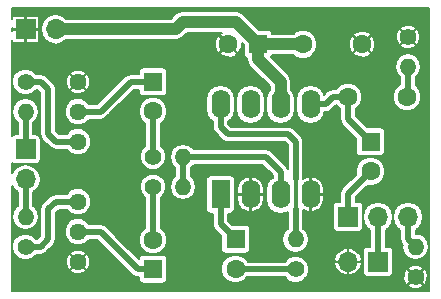
<source format=gbr>
G04 #@! TF.FileFunction,Copper,L2,Bot,Signal*
%FSLAX46Y46*%
G04 Gerber Fmt 4.6, Leading zero omitted, Abs format (unit mm)*
G04 Created by KiCad (PCBNEW 4.0.7) date 11/30/17 11:02:21*
%MOMM*%
%LPD*%
G01*
G04 APERTURE LIST*
%ADD10C,0.100000*%
%ADD11C,1.440000*%
%ADD12C,1.600000*%
%ADD13C,1.400000*%
%ADD14O,1.400000X1.400000*%
%ADD15R,1.600000X2.400000*%
%ADD16O,1.600000X2.400000*%
%ADD17R,1.600000X1.600000*%
%ADD18R,1.700000X1.700000*%
%ADD19O,1.700000X1.700000*%
%ADD20C,0.500000*%
%ADD21C,1.000000*%
%ADD22C,0.310000*%
%ADD23C,0.210000*%
G04 APERTURE END LIST*
D10*
D11*
X137795000Y-89535000D03*
X137795000Y-86995000D03*
X137795000Y-84455000D03*
D12*
X156845000Y-81280000D03*
X161845000Y-81280000D03*
X160655000Y-85725000D03*
X165655000Y-85725000D03*
D13*
X144145000Y-93345000D03*
D14*
X146685000Y-93345000D03*
D13*
X144145000Y-90805000D03*
D14*
X146685000Y-90805000D03*
D13*
X156210000Y-100330000D03*
D14*
X156210000Y-97790000D03*
D13*
X165735000Y-80645000D03*
D14*
X165735000Y-83185000D03*
D13*
X166370000Y-100965000D03*
D14*
X166370000Y-98425000D03*
D15*
X149860000Y-93980000D03*
D16*
X157480000Y-86360000D03*
X152400000Y-93980000D03*
X154940000Y-86360000D03*
X154940000Y-93980000D03*
X152400000Y-86360000D03*
X157480000Y-93980000D03*
X149860000Y-86360000D03*
D11*
X137795000Y-94615000D03*
X137795000Y-97155000D03*
X137795000Y-99695000D03*
D13*
X133350000Y-98425000D03*
D14*
X133350000Y-95885000D03*
D13*
X133350000Y-84455000D03*
D14*
X133350000Y-86995000D03*
D17*
X144145000Y-100330000D03*
D12*
X144145000Y-97830000D03*
D17*
X144145000Y-84455000D03*
D12*
X144145000Y-86955000D03*
D17*
X153035000Y-81280000D03*
D12*
X150535000Y-81280000D03*
D17*
X151130000Y-97790000D03*
D12*
X151130000Y-100290000D03*
D17*
X162560000Y-89535000D03*
D12*
X162560000Y-92035000D03*
D18*
X133350000Y-80010000D03*
D19*
X135890000Y-80010000D03*
D18*
X133350000Y-90170000D03*
D19*
X133350000Y-92710000D03*
D18*
X163195000Y-99695000D03*
D19*
X160655000Y-99695000D03*
D18*
X160655000Y-95885000D03*
D19*
X163195000Y-95885000D03*
X165735000Y-95885000D03*
D20*
X144145000Y-97830000D02*
X144145000Y-93345000D01*
X144145000Y-90805000D02*
X144145000Y-86955000D01*
D21*
X153035000Y-81280000D02*
X153035000Y-82550000D01*
X154940000Y-84455000D02*
X154940000Y-86360000D01*
X153035000Y-82550000D02*
X154940000Y-84455000D01*
X153035000Y-81280000D02*
X156845000Y-81280000D01*
X135890000Y-80010000D02*
X146050000Y-80010000D01*
X151130000Y-79375000D02*
X153035000Y-81280000D01*
X146685000Y-79375000D02*
X151130000Y-79375000D01*
X146050000Y-80010000D02*
X146685000Y-79375000D01*
D20*
X149860000Y-93980000D02*
X149860000Y-96520000D01*
X149860000Y-96520000D02*
X151130000Y-97790000D01*
X156210000Y-100330000D02*
X151170000Y-100330000D01*
X151170000Y-100330000D02*
X151130000Y-100290000D01*
X160655000Y-85725000D02*
X160655000Y-87630000D01*
X160655000Y-87630000D02*
X162560000Y-89535000D01*
X160655000Y-85725000D02*
X159385000Y-85725000D01*
X158750000Y-86360000D02*
X157480000Y-86360000D01*
X159385000Y-85725000D02*
X158750000Y-86360000D01*
X165735000Y-83185000D02*
X165735000Y-85645000D01*
X165735000Y-85645000D02*
X165655000Y-85725000D01*
X160655000Y-95885000D02*
X160655000Y-93940000D01*
X160655000Y-93940000D02*
X162560000Y-92035000D01*
X163195000Y-95885000D02*
X163195000Y-99695000D01*
X165735000Y-95885000D02*
X165735000Y-97790000D01*
X165735000Y-97790000D02*
X166370000Y-98425000D01*
X156210000Y-97790000D02*
X156210000Y-95250000D01*
X149860000Y-88265000D02*
X149860000Y-86360000D01*
X150495000Y-88900000D02*
X149860000Y-88265000D01*
X155575000Y-88900000D02*
X150495000Y-88900000D01*
X156210000Y-89535000D02*
X155575000Y-88900000D01*
X156210000Y-92710000D02*
X156210000Y-89535000D01*
D22*
X156210000Y-95250000D02*
X156210000Y-92710000D01*
D20*
X144145000Y-100330000D02*
X142875000Y-100330000D01*
X139700000Y-97155000D02*
X137795000Y-97155000D01*
X142875000Y-100330000D02*
X139700000Y-97155000D01*
X137795000Y-86995000D02*
X139700000Y-86995000D01*
X142240000Y-84455000D02*
X144145000Y-84455000D01*
X139700000Y-86995000D02*
X142240000Y-84455000D01*
X133350000Y-90170000D02*
X133350000Y-86995000D01*
X133350000Y-95885000D02*
X133350000Y-92710000D01*
X133350000Y-98425000D02*
X134620000Y-98425000D01*
X135890000Y-94615000D02*
X137795000Y-94615000D01*
X135255000Y-95250000D02*
X135890000Y-94615000D01*
X135255000Y-97790000D02*
X135255000Y-95250000D01*
X134620000Y-98425000D02*
X135255000Y-97790000D01*
X133350000Y-84455000D02*
X134620000Y-84455000D01*
X135890000Y-89535000D02*
X137795000Y-89535000D01*
X135255000Y-88900000D02*
X135890000Y-89535000D01*
X135255000Y-85090000D02*
X135255000Y-88900000D01*
X134620000Y-84455000D02*
X135255000Y-85090000D01*
X146685000Y-90805000D02*
X153670000Y-90805000D01*
X154940000Y-92075000D02*
X154940000Y-93980000D01*
X153670000Y-90805000D02*
X154940000Y-92075000D01*
X146685000Y-90805000D02*
X146685000Y-93345000D01*
D23*
G36*
X167535000Y-102130000D02*
X132185000Y-102130000D01*
X132185000Y-101655084D01*
X165708200Y-101655084D01*
X165778003Y-101813839D01*
X166147903Y-101975773D01*
X166551615Y-101983826D01*
X166927678Y-101836771D01*
X166961997Y-101813839D01*
X167031800Y-101655084D01*
X166370000Y-100993284D01*
X165708200Y-101655084D01*
X132185000Y-101655084D01*
X132185000Y-100399506D01*
X137118778Y-100399506D01*
X137191016Y-100560339D01*
X137568142Y-100725603D01*
X137979806Y-100733968D01*
X138363334Y-100584160D01*
X138398984Y-100560339D01*
X138471222Y-100399506D01*
X137795000Y-99723284D01*
X137118778Y-100399506D01*
X132185000Y-100399506D01*
X132185000Y-99879806D01*
X136756032Y-99879806D01*
X136905840Y-100263334D01*
X136929661Y-100298984D01*
X137090494Y-100371222D01*
X137766716Y-99695000D01*
X137823284Y-99695000D01*
X138499506Y-100371222D01*
X138660339Y-100298984D01*
X138825603Y-99921858D01*
X138833968Y-99510194D01*
X138684160Y-99126666D01*
X138660339Y-99091016D01*
X138499506Y-99018778D01*
X137823284Y-99695000D01*
X137766716Y-99695000D01*
X137090494Y-99018778D01*
X136929661Y-99091016D01*
X136764397Y-99468142D01*
X136756032Y-99879806D01*
X132185000Y-99879806D01*
X132185000Y-98645814D01*
X132234807Y-98645814D01*
X132404198Y-99055772D01*
X132717579Y-99369700D01*
X133127240Y-99539806D01*
X133570814Y-99540193D01*
X133980772Y-99370802D01*
X134262064Y-99090000D01*
X134620000Y-99090000D01*
X134874485Y-99039380D01*
X134947647Y-98990494D01*
X137118778Y-98990494D01*
X137795000Y-99666716D01*
X138471222Y-98990494D01*
X138398984Y-98829661D01*
X138021858Y-98664397D01*
X137610194Y-98656032D01*
X137226666Y-98805840D01*
X137191016Y-98829661D01*
X137118778Y-98990494D01*
X134947647Y-98990494D01*
X135090226Y-98895226D01*
X135725226Y-98260226D01*
X135869380Y-98044485D01*
X135920000Y-97790000D01*
X135920000Y-97379775D01*
X136659803Y-97379775D01*
X136832233Y-97797086D01*
X137151235Y-98116645D01*
X137568244Y-98289803D01*
X138019775Y-98290197D01*
X138437086Y-98117767D01*
X138735373Y-97820000D01*
X139424548Y-97820000D01*
X142404774Y-100800226D01*
X142620515Y-100944380D01*
X142875000Y-100995000D01*
X142921870Y-100995000D01*
X142921870Y-101130000D01*
X142950808Y-101283790D01*
X143041697Y-101425036D01*
X143180379Y-101519793D01*
X143345000Y-101553130D01*
X144945000Y-101553130D01*
X145098790Y-101524192D01*
X145240036Y-101433303D01*
X145334793Y-101294621D01*
X145368130Y-101130000D01*
X145368130Y-100530618D01*
X149914790Y-100530618D01*
X150099373Y-100977343D01*
X150440859Y-101319426D01*
X150887261Y-101504788D01*
X151370618Y-101505210D01*
X151817343Y-101320627D01*
X152143539Y-100995000D01*
X155298366Y-100995000D01*
X155577579Y-101274700D01*
X155987240Y-101444806D01*
X156430814Y-101445193D01*
X156840772Y-101275802D01*
X156970184Y-101146615D01*
X165351174Y-101146615D01*
X165498229Y-101522678D01*
X165521161Y-101556997D01*
X165679916Y-101626800D01*
X166341716Y-100965000D01*
X166398284Y-100965000D01*
X167060084Y-101626800D01*
X167218839Y-101556997D01*
X167380773Y-101187097D01*
X167388826Y-100783385D01*
X167241771Y-100407322D01*
X167218839Y-100373003D01*
X167060084Y-100303200D01*
X166398284Y-100965000D01*
X166341716Y-100965000D01*
X165679916Y-100303200D01*
X165521161Y-100373003D01*
X165359227Y-100742903D01*
X165351174Y-101146615D01*
X156970184Y-101146615D01*
X157154700Y-100962421D01*
X157324806Y-100552760D01*
X157325193Y-100109186D01*
X157237509Y-99896973D01*
X159507640Y-99896973D01*
X159672269Y-100320674D01*
X159986510Y-100649122D01*
X160402522Y-100832314D01*
X160453027Y-100842358D01*
X160635000Y-100781066D01*
X160635000Y-99715000D01*
X160675000Y-99715000D01*
X160675000Y-100781066D01*
X160856973Y-100842358D01*
X160907478Y-100832314D01*
X161323490Y-100649122D01*
X161637731Y-100320674D01*
X161802360Y-99896973D01*
X161741080Y-99715000D01*
X160675000Y-99715000D01*
X160635000Y-99715000D01*
X159568920Y-99715000D01*
X159507640Y-99896973D01*
X157237509Y-99896973D01*
X157155802Y-99699228D01*
X156949961Y-99493027D01*
X159507640Y-99493027D01*
X159568920Y-99675000D01*
X160635000Y-99675000D01*
X160635000Y-98608934D01*
X160675000Y-98608934D01*
X160675000Y-99675000D01*
X161741080Y-99675000D01*
X161802360Y-99493027D01*
X161637731Y-99069326D01*
X161423109Y-98845000D01*
X161921870Y-98845000D01*
X161921870Y-100545000D01*
X161950808Y-100698790D01*
X162041697Y-100840036D01*
X162180379Y-100934793D01*
X162345000Y-100968130D01*
X164045000Y-100968130D01*
X164198790Y-100939192D01*
X164340036Y-100848303D01*
X164434793Y-100709621D01*
X164468130Y-100545000D01*
X164468130Y-100274916D01*
X165708200Y-100274916D01*
X166370000Y-100936716D01*
X167031800Y-100274916D01*
X166961997Y-100116161D01*
X166592097Y-99954227D01*
X166188385Y-99946174D01*
X165812322Y-100093229D01*
X165778003Y-100116161D01*
X165708200Y-100274916D01*
X164468130Y-100274916D01*
X164468130Y-98845000D01*
X164439192Y-98691210D01*
X164348303Y-98549964D01*
X164209621Y-98455207D01*
X164045000Y-98421870D01*
X163860000Y-98421870D01*
X163860000Y-96957614D01*
X164089490Y-96804273D01*
X164363708Y-96393878D01*
X164460000Y-95909783D01*
X164460000Y-95860217D01*
X164470000Y-95860217D01*
X164470000Y-95909783D01*
X164566292Y-96393878D01*
X164840510Y-96804273D01*
X165070000Y-96957614D01*
X165070000Y-97790000D01*
X165120620Y-98044485D01*
X165264774Y-98260226D01*
X165280335Y-98275787D01*
X165255000Y-98403156D01*
X165255000Y-98446844D01*
X165339874Y-98873536D01*
X165581576Y-99235268D01*
X165943308Y-99476970D01*
X166370000Y-99561844D01*
X166796692Y-99476970D01*
X167158424Y-99235268D01*
X167400126Y-98873536D01*
X167485000Y-98446844D01*
X167485000Y-98403156D01*
X167400126Y-97976464D01*
X167158424Y-97614732D01*
X166796692Y-97373030D01*
X166400000Y-97294123D01*
X166400000Y-96957614D01*
X166629490Y-96804273D01*
X166903708Y-96393878D01*
X167000000Y-95909783D01*
X167000000Y-95860217D01*
X166903708Y-95376122D01*
X166629490Y-94965727D01*
X166219095Y-94691509D01*
X165735000Y-94595217D01*
X165250905Y-94691509D01*
X164840510Y-94965727D01*
X164566292Y-95376122D01*
X164470000Y-95860217D01*
X164460000Y-95860217D01*
X164363708Y-95376122D01*
X164089490Y-94965727D01*
X163679095Y-94691509D01*
X163195000Y-94595217D01*
X162710905Y-94691509D01*
X162300510Y-94965727D01*
X162026292Y-95376122D01*
X161930000Y-95860217D01*
X161930000Y-95909783D01*
X162026292Y-96393878D01*
X162300510Y-96804273D01*
X162530000Y-96957614D01*
X162530000Y-98421870D01*
X162345000Y-98421870D01*
X162191210Y-98450808D01*
X162049964Y-98541697D01*
X161955207Y-98680379D01*
X161921870Y-98845000D01*
X161423109Y-98845000D01*
X161323490Y-98740878D01*
X160907478Y-98557686D01*
X160856973Y-98547642D01*
X160675000Y-98608934D01*
X160635000Y-98608934D01*
X160453027Y-98547642D01*
X160402522Y-98557686D01*
X159986510Y-98740878D01*
X159672269Y-99069326D01*
X159507640Y-99493027D01*
X156949961Y-99493027D01*
X156842421Y-99385300D01*
X156432760Y-99215194D01*
X155989186Y-99214807D01*
X155579228Y-99384198D01*
X155297936Y-99665000D01*
X152186387Y-99665000D01*
X152160627Y-99602657D01*
X151819141Y-99260574D01*
X151372739Y-99075212D01*
X150889382Y-99074790D01*
X150442657Y-99259373D01*
X150100574Y-99600859D01*
X149915212Y-100047261D01*
X149914790Y-100530618D01*
X145368130Y-100530618D01*
X145368130Y-99530000D01*
X145339192Y-99376210D01*
X145248303Y-99234964D01*
X145109621Y-99140207D01*
X144945000Y-99106870D01*
X143345000Y-99106870D01*
X143191210Y-99135808D01*
X143049964Y-99226697D01*
X142955207Y-99365379D01*
X142937630Y-99452178D01*
X141556070Y-98070618D01*
X142929790Y-98070618D01*
X143114373Y-98517343D01*
X143455859Y-98859426D01*
X143902261Y-99044788D01*
X144385618Y-99045210D01*
X144832343Y-98860627D01*
X145174426Y-98519141D01*
X145359788Y-98072739D01*
X145360210Y-97589382D01*
X145175627Y-97142657D01*
X144834141Y-96800574D01*
X144810000Y-96790550D01*
X144810000Y-94256634D01*
X145089700Y-93977421D01*
X145259806Y-93567760D01*
X145260193Y-93124186D01*
X145090802Y-92714228D01*
X144777421Y-92400300D01*
X144367760Y-92230194D01*
X143924186Y-92229807D01*
X143514228Y-92399198D01*
X143200300Y-92712579D01*
X143030194Y-93122240D01*
X143029807Y-93565814D01*
X143199198Y-93975772D01*
X143480000Y-94257064D01*
X143480000Y-96790141D01*
X143457657Y-96799373D01*
X143115574Y-97140859D01*
X142930212Y-97587261D01*
X142929790Y-98070618D01*
X141556070Y-98070618D01*
X140170226Y-96684774D01*
X139954485Y-96540620D01*
X139700000Y-96490000D01*
X138734893Y-96490000D01*
X138438765Y-96193355D01*
X138021756Y-96020197D01*
X137570225Y-96019803D01*
X137152914Y-96192233D01*
X136833355Y-96511235D01*
X136660197Y-96928244D01*
X136659803Y-97379775D01*
X135920000Y-97379775D01*
X135920000Y-95525452D01*
X136165452Y-95280000D01*
X136855107Y-95280000D01*
X137151235Y-95576645D01*
X137568244Y-95749803D01*
X138019775Y-95750197D01*
X138437086Y-95577767D01*
X138756645Y-95258765D01*
X138929803Y-94841756D01*
X138930197Y-94390225D01*
X138757767Y-93972914D01*
X138438765Y-93653355D01*
X138021756Y-93480197D01*
X137570225Y-93479803D01*
X137152914Y-93652233D01*
X136854627Y-93950000D01*
X135890000Y-93950000D01*
X135635515Y-94000620D01*
X135419774Y-94144774D01*
X134784774Y-94779774D01*
X134640620Y-94995515D01*
X134603924Y-95180000D01*
X134590000Y-95250000D01*
X134590000Y-97514548D01*
X134344548Y-97760000D01*
X134261634Y-97760000D01*
X133982421Y-97480300D01*
X133572760Y-97310194D01*
X133129186Y-97309807D01*
X132719228Y-97479198D01*
X132405300Y-97792579D01*
X132235194Y-98202240D01*
X132234807Y-98645814D01*
X132185000Y-98645814D01*
X132185000Y-93236735D01*
X132430727Y-93604490D01*
X132685000Y-93774390D01*
X132685000Y-94992263D01*
X132561576Y-95074732D01*
X132319874Y-95436464D01*
X132235000Y-95863156D01*
X132235000Y-95906844D01*
X132319874Y-96333536D01*
X132561576Y-96695268D01*
X132923308Y-96936970D01*
X133350000Y-97021844D01*
X133776692Y-96936970D01*
X134138424Y-96695268D01*
X134380126Y-96333536D01*
X134465000Y-95906844D01*
X134465000Y-95863156D01*
X134380126Y-95436464D01*
X134138424Y-95074732D01*
X134015000Y-94992263D01*
X134015000Y-93774390D01*
X134269273Y-93604490D01*
X134543491Y-93194095D01*
X134639783Y-92710000D01*
X134543491Y-92225905D01*
X134269273Y-91815510D01*
X133858878Y-91541292D01*
X133374783Y-91445000D01*
X133325217Y-91445000D01*
X132841122Y-91541292D01*
X132430727Y-91815510D01*
X132185000Y-92183265D01*
X132185000Y-91296858D01*
X132196697Y-91315036D01*
X132335379Y-91409793D01*
X132500000Y-91443130D01*
X134200000Y-91443130D01*
X134353790Y-91414192D01*
X134495036Y-91323303D01*
X134589793Y-91184621D01*
X134623130Y-91020000D01*
X134623130Y-89320000D01*
X134594192Y-89166210D01*
X134503303Y-89024964D01*
X134364621Y-88930207D01*
X134200000Y-88896870D01*
X134015000Y-88896870D01*
X134015000Y-87887737D01*
X134138424Y-87805268D01*
X134380126Y-87443536D01*
X134465000Y-87016844D01*
X134465000Y-86973156D01*
X134380126Y-86546464D01*
X134138424Y-86184732D01*
X133776692Y-85943030D01*
X133350000Y-85858156D01*
X132923308Y-85943030D01*
X132561576Y-86184732D01*
X132319874Y-86546464D01*
X132235000Y-86973156D01*
X132235000Y-87016844D01*
X132319874Y-87443536D01*
X132561576Y-87805268D01*
X132685000Y-87887737D01*
X132685000Y-88896870D01*
X132500000Y-88896870D01*
X132346210Y-88925808D01*
X132204964Y-89016697D01*
X132185000Y-89045915D01*
X132185000Y-84675814D01*
X132234807Y-84675814D01*
X132404198Y-85085772D01*
X132717579Y-85399700D01*
X133127240Y-85569806D01*
X133570814Y-85570193D01*
X133980772Y-85400802D01*
X134262064Y-85120000D01*
X134344548Y-85120000D01*
X134590000Y-85365452D01*
X134590000Y-88900000D01*
X134640620Y-89154485D01*
X134784774Y-89370226D01*
X135419774Y-90005226D01*
X135635515Y-90149380D01*
X135890000Y-90200000D01*
X136855107Y-90200000D01*
X137151235Y-90496645D01*
X137568244Y-90669803D01*
X138019775Y-90670197D01*
X138437086Y-90497767D01*
X138756645Y-90178765D01*
X138929803Y-89761756D01*
X138930197Y-89310225D01*
X138757767Y-88892914D01*
X138438765Y-88573355D01*
X138021756Y-88400197D01*
X137570225Y-88399803D01*
X137152914Y-88572233D01*
X136854627Y-88870000D01*
X136165452Y-88870000D01*
X135920000Y-88624548D01*
X135920000Y-87219775D01*
X136659803Y-87219775D01*
X136832233Y-87637086D01*
X137151235Y-87956645D01*
X137568244Y-88129803D01*
X138019775Y-88130197D01*
X138437086Y-87957767D01*
X138735373Y-87660000D01*
X139700000Y-87660000D01*
X139954485Y-87609380D01*
X140170226Y-87465226D01*
X140439834Y-87195618D01*
X142929790Y-87195618D01*
X143114373Y-87642343D01*
X143455859Y-87984426D01*
X143480000Y-87994450D01*
X143480000Y-89893366D01*
X143200300Y-90172579D01*
X143030194Y-90582240D01*
X143029807Y-91025814D01*
X143199198Y-91435772D01*
X143512579Y-91749700D01*
X143922240Y-91919806D01*
X144365814Y-91920193D01*
X144775772Y-91750802D01*
X145089700Y-91437421D01*
X145259806Y-91027760D01*
X145260000Y-90805000D01*
X145548156Y-90805000D01*
X145633030Y-91231692D01*
X145874732Y-91593424D01*
X146020000Y-91690489D01*
X146020000Y-92459511D01*
X145874732Y-92556576D01*
X145633030Y-92918308D01*
X145548156Y-93345000D01*
X145633030Y-93771692D01*
X145874732Y-94133424D01*
X146236464Y-94375126D01*
X146663156Y-94460000D01*
X146706844Y-94460000D01*
X147133536Y-94375126D01*
X147495268Y-94133424D01*
X147736970Y-93771692D01*
X147821844Y-93345000D01*
X147736970Y-92918308D01*
X147644556Y-92780000D01*
X148636870Y-92780000D01*
X148636870Y-95180000D01*
X148665808Y-95333790D01*
X148756697Y-95475036D01*
X148895379Y-95569793D01*
X149060000Y-95603130D01*
X149195000Y-95603130D01*
X149195000Y-96520000D01*
X149245620Y-96774485D01*
X149389774Y-96990226D01*
X149906870Y-97507322D01*
X149906870Y-98590000D01*
X149935808Y-98743790D01*
X150026697Y-98885036D01*
X150165379Y-98979793D01*
X150330000Y-99013130D01*
X151930000Y-99013130D01*
X152083790Y-98984192D01*
X152225036Y-98893303D01*
X152319793Y-98754621D01*
X152353130Y-98590000D01*
X152353130Y-96990000D01*
X152324192Y-96836210D01*
X152233303Y-96694964D01*
X152094621Y-96600207D01*
X151930000Y-96566870D01*
X150847322Y-96566870D01*
X150525000Y-96244548D01*
X150525000Y-95603130D01*
X150660000Y-95603130D01*
X150813790Y-95574192D01*
X150955036Y-95483303D01*
X151049793Y-95344621D01*
X151083130Y-95180000D01*
X151083130Y-94000000D01*
X151285000Y-94000000D01*
X151285000Y-94400000D01*
X151377528Y-94825170D01*
X151625718Y-95182567D01*
X151991786Y-95417780D01*
X152205850Y-95477967D01*
X152380000Y-95416057D01*
X152380000Y-94000000D01*
X152420000Y-94000000D01*
X152420000Y-95416057D01*
X152594150Y-95477967D01*
X152808214Y-95417780D01*
X153174282Y-95182567D01*
X153422472Y-94825170D01*
X153515000Y-94400000D01*
X153515000Y-94000000D01*
X152420000Y-94000000D01*
X152380000Y-94000000D01*
X151285000Y-94000000D01*
X151083130Y-94000000D01*
X151083130Y-93560000D01*
X151285000Y-93560000D01*
X151285000Y-93960000D01*
X152380000Y-93960000D01*
X152380000Y-92543943D01*
X152420000Y-92543943D01*
X152420000Y-93960000D01*
X153515000Y-93960000D01*
X153515000Y-93560000D01*
X153422472Y-93134830D01*
X153174282Y-92777433D01*
X152808214Y-92542220D01*
X152594150Y-92482033D01*
X152420000Y-92543943D01*
X152380000Y-92543943D01*
X152205850Y-92482033D01*
X151991786Y-92542220D01*
X151625718Y-92777433D01*
X151377528Y-93134830D01*
X151285000Y-93560000D01*
X151083130Y-93560000D01*
X151083130Y-92780000D01*
X151054192Y-92626210D01*
X150963303Y-92484964D01*
X150824621Y-92390207D01*
X150660000Y-92356870D01*
X149060000Y-92356870D01*
X148906210Y-92385808D01*
X148764964Y-92476697D01*
X148670207Y-92615379D01*
X148636870Y-92780000D01*
X147644556Y-92780000D01*
X147495268Y-92556576D01*
X147350000Y-92459511D01*
X147350000Y-91690489D01*
X147495268Y-91593424D01*
X147577737Y-91470000D01*
X153394548Y-91470000D01*
X154275000Y-92350452D01*
X154275000Y-92559508D01*
X154080865Y-92689225D01*
X153817486Y-93083400D01*
X153725000Y-93548360D01*
X153725000Y-94411640D01*
X153817486Y-94876600D01*
X154080865Y-95270775D01*
X154475040Y-95534154D01*
X154940000Y-95626640D01*
X155404960Y-95534154D01*
X155545000Y-95440582D01*
X155545000Y-96897263D01*
X155421576Y-96979732D01*
X155179874Y-97341464D01*
X155095000Y-97768156D01*
X155095000Y-97811844D01*
X155179874Y-98238536D01*
X155421576Y-98600268D01*
X155783308Y-98841970D01*
X156210000Y-98926844D01*
X156636692Y-98841970D01*
X156998424Y-98600268D01*
X157240126Y-98238536D01*
X157325000Y-97811844D01*
X157325000Y-97768156D01*
X157240126Y-97341464D01*
X156998424Y-96979732D01*
X156875000Y-96897263D01*
X156875000Y-95291337D01*
X157071786Y-95417780D01*
X157285850Y-95477967D01*
X157460000Y-95416057D01*
X157460000Y-94000000D01*
X157500000Y-94000000D01*
X157500000Y-95416057D01*
X157674150Y-95477967D01*
X157888214Y-95417780D01*
X158254282Y-95182567D01*
X158356758Y-95035000D01*
X159381870Y-95035000D01*
X159381870Y-96735000D01*
X159410808Y-96888790D01*
X159501697Y-97030036D01*
X159640379Y-97124793D01*
X159805000Y-97158130D01*
X161505000Y-97158130D01*
X161658790Y-97129192D01*
X161800036Y-97038303D01*
X161894793Y-96899621D01*
X161928130Y-96735000D01*
X161928130Y-95035000D01*
X161899192Y-94881210D01*
X161808303Y-94739964D01*
X161669621Y-94645207D01*
X161505000Y-94611870D01*
X161320000Y-94611870D01*
X161320000Y-94215452D01*
X162294935Y-93240517D01*
X162317261Y-93249788D01*
X162800618Y-93250210D01*
X163247343Y-93065627D01*
X163589426Y-92724141D01*
X163774788Y-92277739D01*
X163775210Y-91794382D01*
X163590627Y-91347657D01*
X163249141Y-91005574D01*
X162802739Y-90820212D01*
X162319382Y-90819790D01*
X161872657Y-91004373D01*
X161530574Y-91345859D01*
X161345212Y-91792261D01*
X161344790Y-92275618D01*
X161354772Y-92299776D01*
X160184774Y-93469774D01*
X160040620Y-93685515D01*
X160014819Y-93815226D01*
X159990000Y-93940000D01*
X159990000Y-94611870D01*
X159805000Y-94611870D01*
X159651210Y-94640808D01*
X159509964Y-94731697D01*
X159415207Y-94870379D01*
X159381870Y-95035000D01*
X158356758Y-95035000D01*
X158502472Y-94825170D01*
X158595000Y-94400000D01*
X158595000Y-94000000D01*
X157500000Y-94000000D01*
X157460000Y-94000000D01*
X157440000Y-94000000D01*
X157440000Y-93960000D01*
X157460000Y-93960000D01*
X157460000Y-92543943D01*
X157500000Y-92543943D01*
X157500000Y-93960000D01*
X158595000Y-93960000D01*
X158595000Y-93560000D01*
X158502472Y-93134830D01*
X158254282Y-92777433D01*
X157888214Y-92542220D01*
X157674150Y-92482033D01*
X157500000Y-92543943D01*
X157460000Y-92543943D01*
X157285850Y-92482033D01*
X157071786Y-92542220D01*
X156875000Y-92668663D01*
X156875000Y-89535000D01*
X156870898Y-89514380D01*
X156824380Y-89280515D01*
X156680226Y-89064774D01*
X156045226Y-88429774D01*
X155829485Y-88285620D01*
X155575000Y-88235000D01*
X150770452Y-88235000D01*
X150525000Y-87989548D01*
X150525000Y-87780492D01*
X150719135Y-87650775D01*
X150982514Y-87256600D01*
X151075000Y-86791640D01*
X151075000Y-85928360D01*
X151185000Y-85928360D01*
X151185000Y-86791640D01*
X151277486Y-87256600D01*
X151540865Y-87650775D01*
X151935040Y-87914154D01*
X152400000Y-88006640D01*
X152864960Y-87914154D01*
X153259135Y-87650775D01*
X153522514Y-87256600D01*
X153615000Y-86791640D01*
X153615000Y-85928360D01*
X153522514Y-85463400D01*
X153259135Y-85069225D01*
X152864960Y-84805846D01*
X152400000Y-84713360D01*
X151935040Y-84805846D01*
X151540865Y-85069225D01*
X151277486Y-85463400D01*
X151185000Y-85928360D01*
X151075000Y-85928360D01*
X150982514Y-85463400D01*
X150719135Y-85069225D01*
X150324960Y-84805846D01*
X149860000Y-84713360D01*
X149395040Y-84805846D01*
X149000865Y-85069225D01*
X148737486Y-85463400D01*
X148645000Y-85928360D01*
X148645000Y-86791640D01*
X148737486Y-87256600D01*
X149000865Y-87650775D01*
X149195000Y-87780492D01*
X149195000Y-88265000D01*
X149245620Y-88519485D01*
X149389774Y-88735226D01*
X150024774Y-89370226D01*
X150240515Y-89514380D01*
X150495000Y-89565000D01*
X155299548Y-89565000D01*
X155545000Y-89810452D01*
X155545000Y-91806478D01*
X155410226Y-91604774D01*
X154140226Y-90334774D01*
X153924485Y-90190620D01*
X153670000Y-90140000D01*
X147577737Y-90140000D01*
X147495268Y-90016576D01*
X147133536Y-89774874D01*
X146706844Y-89690000D01*
X146663156Y-89690000D01*
X146236464Y-89774874D01*
X145874732Y-90016576D01*
X145633030Y-90378308D01*
X145548156Y-90805000D01*
X145260000Y-90805000D01*
X145260193Y-90584186D01*
X145090802Y-90174228D01*
X144810000Y-89892936D01*
X144810000Y-87994859D01*
X144832343Y-87985627D01*
X145174426Y-87644141D01*
X145359788Y-87197739D01*
X145360210Y-86714382D01*
X145175627Y-86267657D01*
X144834141Y-85925574D01*
X144387739Y-85740212D01*
X143904382Y-85739790D01*
X143457657Y-85924373D01*
X143115574Y-86265859D01*
X142930212Y-86712261D01*
X142929790Y-87195618D01*
X140439834Y-87195618D01*
X142515452Y-85120000D01*
X142921870Y-85120000D01*
X142921870Y-85255000D01*
X142950808Y-85408790D01*
X143041697Y-85550036D01*
X143180379Y-85644793D01*
X143345000Y-85678130D01*
X144945000Y-85678130D01*
X145098790Y-85649192D01*
X145240036Y-85558303D01*
X145334793Y-85419621D01*
X145368130Y-85255000D01*
X145368130Y-83655000D01*
X145339192Y-83501210D01*
X145248303Y-83359964D01*
X145109621Y-83265207D01*
X144945000Y-83231870D01*
X143345000Y-83231870D01*
X143191210Y-83260808D01*
X143049964Y-83351697D01*
X142955207Y-83490379D01*
X142921870Y-83655000D01*
X142921870Y-83790000D01*
X142240000Y-83790000D01*
X141985516Y-83840620D01*
X141769774Y-83984774D01*
X139424548Y-86330000D01*
X138734893Y-86330000D01*
X138438765Y-86033355D01*
X138021756Y-85860197D01*
X137570225Y-85859803D01*
X137152914Y-86032233D01*
X136833355Y-86351235D01*
X136660197Y-86768244D01*
X136659803Y-87219775D01*
X135920000Y-87219775D01*
X135920000Y-85159506D01*
X137118778Y-85159506D01*
X137191016Y-85320339D01*
X137568142Y-85485603D01*
X137979806Y-85493968D01*
X138363334Y-85344160D01*
X138398984Y-85320339D01*
X138471222Y-85159506D01*
X137795000Y-84483284D01*
X137118778Y-85159506D01*
X135920000Y-85159506D01*
X135920000Y-85090000D01*
X135898120Y-84980000D01*
X135869380Y-84835515D01*
X135738611Y-84639806D01*
X136756032Y-84639806D01*
X136905840Y-85023334D01*
X136929661Y-85058984D01*
X137090494Y-85131222D01*
X137766716Y-84455000D01*
X137823284Y-84455000D01*
X138499506Y-85131222D01*
X138660339Y-85058984D01*
X138825603Y-84681858D01*
X138833968Y-84270194D01*
X138684160Y-83886666D01*
X138660339Y-83851016D01*
X138499506Y-83778778D01*
X137823284Y-84455000D01*
X137766716Y-84455000D01*
X137090494Y-83778778D01*
X136929661Y-83851016D01*
X136764397Y-84228142D01*
X136756032Y-84639806D01*
X135738611Y-84639806D01*
X135725226Y-84619774D01*
X135090226Y-83984774D01*
X134874485Y-83840620D01*
X134620000Y-83790000D01*
X134261634Y-83790000D01*
X134222197Y-83750494D01*
X137118778Y-83750494D01*
X137795000Y-84426716D01*
X138471222Y-83750494D01*
X138398984Y-83589661D01*
X138021858Y-83424397D01*
X137610194Y-83416032D01*
X137226666Y-83565840D01*
X137191016Y-83589661D01*
X137118778Y-83750494D01*
X134222197Y-83750494D01*
X133982421Y-83510300D01*
X133572760Y-83340194D01*
X133129186Y-83339807D01*
X132719228Y-83509198D01*
X132405300Y-83822579D01*
X132235194Y-84232240D01*
X132234807Y-84675814D01*
X132185000Y-84675814D01*
X132185000Y-82042194D01*
X149801090Y-82042194D01*
X149883064Y-82211340D01*
X150289097Y-82389931D01*
X150732567Y-82399545D01*
X151145960Y-82238719D01*
X151186936Y-82211340D01*
X151268910Y-82042194D01*
X150535000Y-81308284D01*
X149801090Y-82042194D01*
X132185000Y-82042194D01*
X132185000Y-81477567D01*
X149415455Y-81477567D01*
X149576281Y-81890960D01*
X149603660Y-81931936D01*
X149772806Y-82013910D01*
X150506716Y-81280000D01*
X149772806Y-80546090D01*
X149603660Y-80628064D01*
X149425069Y-81034097D01*
X149415455Y-81477567D01*
X132185000Y-81477567D01*
X132185000Y-80922657D01*
X132232956Y-81038433D01*
X132321567Y-81127044D01*
X132437342Y-81175000D01*
X133251250Y-81175000D01*
X133330000Y-81096250D01*
X133330000Y-80030000D01*
X133370000Y-80030000D01*
X133370000Y-81096250D01*
X133448750Y-81175000D01*
X134262658Y-81175000D01*
X134378433Y-81127044D01*
X134467044Y-81038433D01*
X134515000Y-80922657D01*
X134515000Y-80108750D01*
X134436250Y-80030000D01*
X133370000Y-80030000D01*
X133330000Y-80030000D01*
X132263750Y-80030000D01*
X132185000Y-80108750D01*
X132185000Y-79911250D01*
X132263750Y-79990000D01*
X133330000Y-79990000D01*
X133330000Y-78923750D01*
X133370000Y-78923750D01*
X133370000Y-79990000D01*
X134436250Y-79990000D01*
X134441033Y-79985217D01*
X134625000Y-79985217D01*
X134625000Y-80034783D01*
X134721292Y-80518878D01*
X134995510Y-80929273D01*
X135405905Y-81203491D01*
X135890000Y-81299783D01*
X136374095Y-81203491D01*
X136784490Y-80929273D01*
X136787345Y-80925000D01*
X146050000Y-80925000D01*
X146400156Y-80855350D01*
X146697003Y-80657003D01*
X147064005Y-80290000D01*
X150004446Y-80290000D01*
X149924040Y-80321281D01*
X149883064Y-80348660D01*
X149801090Y-80517806D01*
X150535000Y-81251716D01*
X150549143Y-81237574D01*
X150577427Y-81265858D01*
X150563284Y-81280000D01*
X151297194Y-82013910D01*
X151466340Y-81931936D01*
X151644931Y-81525903D01*
X151652187Y-81191193D01*
X151811870Y-81350876D01*
X151811870Y-82080000D01*
X151840808Y-82233790D01*
X151931697Y-82375036D01*
X152070379Y-82469793D01*
X152120000Y-82479842D01*
X152120000Y-82550000D01*
X152189650Y-82900156D01*
X152387997Y-83197003D01*
X154025000Y-84834006D01*
X154025000Y-85152833D01*
X153817486Y-85463400D01*
X153725000Y-85928360D01*
X153725000Y-86791640D01*
X153817486Y-87256600D01*
X154080865Y-87650775D01*
X154475040Y-87914154D01*
X154940000Y-88006640D01*
X155404960Y-87914154D01*
X155799135Y-87650775D01*
X156062514Y-87256600D01*
X156155000Y-86791640D01*
X156155000Y-85928360D01*
X156265000Y-85928360D01*
X156265000Y-86791640D01*
X156357486Y-87256600D01*
X156620865Y-87650775D01*
X157015040Y-87914154D01*
X157480000Y-88006640D01*
X157944960Y-87914154D01*
X158339135Y-87650775D01*
X158602514Y-87256600D01*
X158648582Y-87025000D01*
X158750000Y-87025000D01*
X159004485Y-86974380D01*
X159220226Y-86830226D01*
X159631235Y-86419217D01*
X159965859Y-86754426D01*
X159990000Y-86764450D01*
X159990000Y-87630000D01*
X160040620Y-87884485D01*
X160184774Y-88100226D01*
X161336870Y-89252322D01*
X161336870Y-90335000D01*
X161365808Y-90488790D01*
X161456697Y-90630036D01*
X161595379Y-90724793D01*
X161760000Y-90758130D01*
X163360000Y-90758130D01*
X163513790Y-90729192D01*
X163655036Y-90638303D01*
X163749793Y-90499621D01*
X163783130Y-90335000D01*
X163783130Y-88735000D01*
X163754192Y-88581210D01*
X163663303Y-88439964D01*
X163524621Y-88345207D01*
X163360000Y-88311870D01*
X162277322Y-88311870D01*
X161320000Y-87354548D01*
X161320000Y-86764859D01*
X161342343Y-86755627D01*
X161684426Y-86414141D01*
X161869788Y-85967739D01*
X161869789Y-85965618D01*
X164439790Y-85965618D01*
X164624373Y-86412343D01*
X164965859Y-86754426D01*
X165412261Y-86939788D01*
X165895618Y-86940210D01*
X166342343Y-86755627D01*
X166684426Y-86414141D01*
X166869788Y-85967739D01*
X166870210Y-85484382D01*
X166685627Y-85037657D01*
X166400000Y-84751531D01*
X166400000Y-84077737D01*
X166523424Y-83995268D01*
X166765126Y-83633536D01*
X166850000Y-83206844D01*
X166850000Y-83163156D01*
X166765126Y-82736464D01*
X166523424Y-82374732D01*
X166161692Y-82133030D01*
X165735000Y-82048156D01*
X165308308Y-82133030D01*
X164946576Y-82374732D01*
X164704874Y-82736464D01*
X164620000Y-83163156D01*
X164620000Y-83206844D01*
X164704874Y-83633536D01*
X164946576Y-83995268D01*
X165070000Y-84077737D01*
X165070000Y-84652086D01*
X164967657Y-84694373D01*
X164625574Y-85035859D01*
X164440212Y-85482261D01*
X164439790Y-85965618D01*
X161869789Y-85965618D01*
X161870210Y-85484382D01*
X161685627Y-85037657D01*
X161344141Y-84695574D01*
X160897739Y-84510212D01*
X160414382Y-84509790D01*
X159967657Y-84694373D01*
X159625574Y-85035859D01*
X159615550Y-85060000D01*
X159385000Y-85060000D01*
X159130515Y-85110620D01*
X158914774Y-85254774D01*
X158619708Y-85549840D01*
X158602514Y-85463400D01*
X158339135Y-85069225D01*
X157944960Y-84805846D01*
X157480000Y-84713360D01*
X157015040Y-84805846D01*
X156620865Y-85069225D01*
X156357486Y-85463400D01*
X156265000Y-85928360D01*
X156155000Y-85928360D01*
X156062514Y-85463400D01*
X155855000Y-85152833D01*
X155855000Y-84455005D01*
X155855001Y-84455000D01*
X155785350Y-84104844D01*
X155587003Y-83807997D01*
X154143136Y-82364130D01*
X154224793Y-82244621D01*
X154234842Y-82195000D01*
X156041633Y-82195000D01*
X156155859Y-82309426D01*
X156602261Y-82494788D01*
X157085618Y-82495210D01*
X157532343Y-82310627D01*
X157801245Y-82042194D01*
X161111090Y-82042194D01*
X161193064Y-82211340D01*
X161599097Y-82389931D01*
X162042567Y-82399545D01*
X162455960Y-82238719D01*
X162496936Y-82211340D01*
X162578910Y-82042194D01*
X161845000Y-81308284D01*
X161111090Y-82042194D01*
X157801245Y-82042194D01*
X157874426Y-81969141D01*
X158059788Y-81522739D01*
X158059827Y-81477567D01*
X160725455Y-81477567D01*
X160886281Y-81890960D01*
X160913660Y-81931936D01*
X161082806Y-82013910D01*
X161816716Y-81280000D01*
X161873284Y-81280000D01*
X162607194Y-82013910D01*
X162776340Y-81931936D01*
X162954931Y-81525903D01*
X162959067Y-81335084D01*
X165073200Y-81335084D01*
X165143003Y-81493839D01*
X165512903Y-81655773D01*
X165916615Y-81663826D01*
X166292678Y-81516771D01*
X166326997Y-81493839D01*
X166396800Y-81335084D01*
X165735000Y-80673284D01*
X165073200Y-81335084D01*
X162959067Y-81335084D01*
X162964545Y-81082433D01*
X162865022Y-80826615D01*
X164716174Y-80826615D01*
X164863229Y-81202678D01*
X164886161Y-81236997D01*
X165044916Y-81306800D01*
X165706716Y-80645000D01*
X165763284Y-80645000D01*
X166425084Y-81306800D01*
X166583839Y-81236997D01*
X166745773Y-80867097D01*
X166753826Y-80463385D01*
X166606771Y-80087322D01*
X166583839Y-80053003D01*
X166425084Y-79983200D01*
X165763284Y-80645000D01*
X165706716Y-80645000D01*
X165044916Y-79983200D01*
X164886161Y-80053003D01*
X164724227Y-80422903D01*
X164716174Y-80826615D01*
X162865022Y-80826615D01*
X162803719Y-80669040D01*
X162776340Y-80628064D01*
X162607194Y-80546090D01*
X161873284Y-81280000D01*
X161816716Y-81280000D01*
X161082806Y-80546090D01*
X160913660Y-80628064D01*
X160735069Y-81034097D01*
X160725455Y-81477567D01*
X158059827Y-81477567D01*
X158060210Y-81039382D01*
X157875627Y-80592657D01*
X157800907Y-80517806D01*
X161111090Y-80517806D01*
X161845000Y-81251716D01*
X162578910Y-80517806D01*
X162496936Y-80348660D01*
X162090903Y-80170069D01*
X161647433Y-80160455D01*
X161234040Y-80321281D01*
X161193064Y-80348660D01*
X161111090Y-80517806D01*
X157800907Y-80517806D01*
X157534141Y-80250574D01*
X157087739Y-80065212D01*
X156604382Y-80064790D01*
X156157657Y-80249373D01*
X156041828Y-80365000D01*
X154236491Y-80365000D01*
X154229192Y-80326210D01*
X154138303Y-80184964D01*
X153999621Y-80090207D01*
X153835000Y-80056870D01*
X153105876Y-80056870D01*
X153003922Y-79954916D01*
X165073200Y-79954916D01*
X165735000Y-80616716D01*
X166396800Y-79954916D01*
X166326997Y-79796161D01*
X165957097Y-79634227D01*
X165553385Y-79626174D01*
X165177322Y-79773229D01*
X165143003Y-79796161D01*
X165073200Y-79954916D01*
X153003922Y-79954916D01*
X151777003Y-78727997D01*
X151480156Y-78529650D01*
X151130000Y-78460000D01*
X146685005Y-78460000D01*
X146685000Y-78459999D01*
X146334845Y-78529650D01*
X146037997Y-78727997D01*
X146037995Y-78728000D01*
X145670994Y-79095000D01*
X136787345Y-79095000D01*
X136784490Y-79090727D01*
X136374095Y-78816509D01*
X135890000Y-78720217D01*
X135405905Y-78816509D01*
X134995510Y-79090727D01*
X134721292Y-79501122D01*
X134625000Y-79985217D01*
X134441033Y-79985217D01*
X134515000Y-79911250D01*
X134515000Y-79097343D01*
X134467044Y-78981567D01*
X134378433Y-78892956D01*
X134262658Y-78845000D01*
X133448750Y-78845000D01*
X133370000Y-78923750D01*
X133330000Y-78923750D01*
X133251250Y-78845000D01*
X132437342Y-78845000D01*
X132321567Y-78892956D01*
X132232956Y-78981567D01*
X132185000Y-79097343D01*
X132185000Y-78210000D01*
X167535000Y-78210000D01*
X167535000Y-102130000D01*
X167535000Y-102130000D01*
G37*
X167535000Y-102130000D02*
X132185000Y-102130000D01*
X132185000Y-101655084D01*
X165708200Y-101655084D01*
X165778003Y-101813839D01*
X166147903Y-101975773D01*
X166551615Y-101983826D01*
X166927678Y-101836771D01*
X166961997Y-101813839D01*
X167031800Y-101655084D01*
X166370000Y-100993284D01*
X165708200Y-101655084D01*
X132185000Y-101655084D01*
X132185000Y-100399506D01*
X137118778Y-100399506D01*
X137191016Y-100560339D01*
X137568142Y-100725603D01*
X137979806Y-100733968D01*
X138363334Y-100584160D01*
X138398984Y-100560339D01*
X138471222Y-100399506D01*
X137795000Y-99723284D01*
X137118778Y-100399506D01*
X132185000Y-100399506D01*
X132185000Y-99879806D01*
X136756032Y-99879806D01*
X136905840Y-100263334D01*
X136929661Y-100298984D01*
X137090494Y-100371222D01*
X137766716Y-99695000D01*
X137823284Y-99695000D01*
X138499506Y-100371222D01*
X138660339Y-100298984D01*
X138825603Y-99921858D01*
X138833968Y-99510194D01*
X138684160Y-99126666D01*
X138660339Y-99091016D01*
X138499506Y-99018778D01*
X137823284Y-99695000D01*
X137766716Y-99695000D01*
X137090494Y-99018778D01*
X136929661Y-99091016D01*
X136764397Y-99468142D01*
X136756032Y-99879806D01*
X132185000Y-99879806D01*
X132185000Y-98645814D01*
X132234807Y-98645814D01*
X132404198Y-99055772D01*
X132717579Y-99369700D01*
X133127240Y-99539806D01*
X133570814Y-99540193D01*
X133980772Y-99370802D01*
X134262064Y-99090000D01*
X134620000Y-99090000D01*
X134874485Y-99039380D01*
X134947647Y-98990494D01*
X137118778Y-98990494D01*
X137795000Y-99666716D01*
X138471222Y-98990494D01*
X138398984Y-98829661D01*
X138021858Y-98664397D01*
X137610194Y-98656032D01*
X137226666Y-98805840D01*
X137191016Y-98829661D01*
X137118778Y-98990494D01*
X134947647Y-98990494D01*
X135090226Y-98895226D01*
X135725226Y-98260226D01*
X135869380Y-98044485D01*
X135920000Y-97790000D01*
X135920000Y-97379775D01*
X136659803Y-97379775D01*
X136832233Y-97797086D01*
X137151235Y-98116645D01*
X137568244Y-98289803D01*
X138019775Y-98290197D01*
X138437086Y-98117767D01*
X138735373Y-97820000D01*
X139424548Y-97820000D01*
X142404774Y-100800226D01*
X142620515Y-100944380D01*
X142875000Y-100995000D01*
X142921870Y-100995000D01*
X142921870Y-101130000D01*
X142950808Y-101283790D01*
X143041697Y-101425036D01*
X143180379Y-101519793D01*
X143345000Y-101553130D01*
X144945000Y-101553130D01*
X145098790Y-101524192D01*
X145240036Y-101433303D01*
X145334793Y-101294621D01*
X145368130Y-101130000D01*
X145368130Y-100530618D01*
X149914790Y-100530618D01*
X150099373Y-100977343D01*
X150440859Y-101319426D01*
X150887261Y-101504788D01*
X151370618Y-101505210D01*
X151817343Y-101320627D01*
X152143539Y-100995000D01*
X155298366Y-100995000D01*
X155577579Y-101274700D01*
X155987240Y-101444806D01*
X156430814Y-101445193D01*
X156840772Y-101275802D01*
X156970184Y-101146615D01*
X165351174Y-101146615D01*
X165498229Y-101522678D01*
X165521161Y-101556997D01*
X165679916Y-101626800D01*
X166341716Y-100965000D01*
X166398284Y-100965000D01*
X167060084Y-101626800D01*
X167218839Y-101556997D01*
X167380773Y-101187097D01*
X167388826Y-100783385D01*
X167241771Y-100407322D01*
X167218839Y-100373003D01*
X167060084Y-100303200D01*
X166398284Y-100965000D01*
X166341716Y-100965000D01*
X165679916Y-100303200D01*
X165521161Y-100373003D01*
X165359227Y-100742903D01*
X165351174Y-101146615D01*
X156970184Y-101146615D01*
X157154700Y-100962421D01*
X157324806Y-100552760D01*
X157325193Y-100109186D01*
X157237509Y-99896973D01*
X159507640Y-99896973D01*
X159672269Y-100320674D01*
X159986510Y-100649122D01*
X160402522Y-100832314D01*
X160453027Y-100842358D01*
X160635000Y-100781066D01*
X160635000Y-99715000D01*
X160675000Y-99715000D01*
X160675000Y-100781066D01*
X160856973Y-100842358D01*
X160907478Y-100832314D01*
X161323490Y-100649122D01*
X161637731Y-100320674D01*
X161802360Y-99896973D01*
X161741080Y-99715000D01*
X160675000Y-99715000D01*
X160635000Y-99715000D01*
X159568920Y-99715000D01*
X159507640Y-99896973D01*
X157237509Y-99896973D01*
X157155802Y-99699228D01*
X156949961Y-99493027D01*
X159507640Y-99493027D01*
X159568920Y-99675000D01*
X160635000Y-99675000D01*
X160635000Y-98608934D01*
X160675000Y-98608934D01*
X160675000Y-99675000D01*
X161741080Y-99675000D01*
X161802360Y-99493027D01*
X161637731Y-99069326D01*
X161423109Y-98845000D01*
X161921870Y-98845000D01*
X161921870Y-100545000D01*
X161950808Y-100698790D01*
X162041697Y-100840036D01*
X162180379Y-100934793D01*
X162345000Y-100968130D01*
X164045000Y-100968130D01*
X164198790Y-100939192D01*
X164340036Y-100848303D01*
X164434793Y-100709621D01*
X164468130Y-100545000D01*
X164468130Y-100274916D01*
X165708200Y-100274916D01*
X166370000Y-100936716D01*
X167031800Y-100274916D01*
X166961997Y-100116161D01*
X166592097Y-99954227D01*
X166188385Y-99946174D01*
X165812322Y-100093229D01*
X165778003Y-100116161D01*
X165708200Y-100274916D01*
X164468130Y-100274916D01*
X164468130Y-98845000D01*
X164439192Y-98691210D01*
X164348303Y-98549964D01*
X164209621Y-98455207D01*
X164045000Y-98421870D01*
X163860000Y-98421870D01*
X163860000Y-96957614D01*
X164089490Y-96804273D01*
X164363708Y-96393878D01*
X164460000Y-95909783D01*
X164460000Y-95860217D01*
X164470000Y-95860217D01*
X164470000Y-95909783D01*
X164566292Y-96393878D01*
X164840510Y-96804273D01*
X165070000Y-96957614D01*
X165070000Y-97790000D01*
X165120620Y-98044485D01*
X165264774Y-98260226D01*
X165280335Y-98275787D01*
X165255000Y-98403156D01*
X165255000Y-98446844D01*
X165339874Y-98873536D01*
X165581576Y-99235268D01*
X165943308Y-99476970D01*
X166370000Y-99561844D01*
X166796692Y-99476970D01*
X167158424Y-99235268D01*
X167400126Y-98873536D01*
X167485000Y-98446844D01*
X167485000Y-98403156D01*
X167400126Y-97976464D01*
X167158424Y-97614732D01*
X166796692Y-97373030D01*
X166400000Y-97294123D01*
X166400000Y-96957614D01*
X166629490Y-96804273D01*
X166903708Y-96393878D01*
X167000000Y-95909783D01*
X167000000Y-95860217D01*
X166903708Y-95376122D01*
X166629490Y-94965727D01*
X166219095Y-94691509D01*
X165735000Y-94595217D01*
X165250905Y-94691509D01*
X164840510Y-94965727D01*
X164566292Y-95376122D01*
X164470000Y-95860217D01*
X164460000Y-95860217D01*
X164363708Y-95376122D01*
X164089490Y-94965727D01*
X163679095Y-94691509D01*
X163195000Y-94595217D01*
X162710905Y-94691509D01*
X162300510Y-94965727D01*
X162026292Y-95376122D01*
X161930000Y-95860217D01*
X161930000Y-95909783D01*
X162026292Y-96393878D01*
X162300510Y-96804273D01*
X162530000Y-96957614D01*
X162530000Y-98421870D01*
X162345000Y-98421870D01*
X162191210Y-98450808D01*
X162049964Y-98541697D01*
X161955207Y-98680379D01*
X161921870Y-98845000D01*
X161423109Y-98845000D01*
X161323490Y-98740878D01*
X160907478Y-98557686D01*
X160856973Y-98547642D01*
X160675000Y-98608934D01*
X160635000Y-98608934D01*
X160453027Y-98547642D01*
X160402522Y-98557686D01*
X159986510Y-98740878D01*
X159672269Y-99069326D01*
X159507640Y-99493027D01*
X156949961Y-99493027D01*
X156842421Y-99385300D01*
X156432760Y-99215194D01*
X155989186Y-99214807D01*
X155579228Y-99384198D01*
X155297936Y-99665000D01*
X152186387Y-99665000D01*
X152160627Y-99602657D01*
X151819141Y-99260574D01*
X151372739Y-99075212D01*
X150889382Y-99074790D01*
X150442657Y-99259373D01*
X150100574Y-99600859D01*
X149915212Y-100047261D01*
X149914790Y-100530618D01*
X145368130Y-100530618D01*
X145368130Y-99530000D01*
X145339192Y-99376210D01*
X145248303Y-99234964D01*
X145109621Y-99140207D01*
X144945000Y-99106870D01*
X143345000Y-99106870D01*
X143191210Y-99135808D01*
X143049964Y-99226697D01*
X142955207Y-99365379D01*
X142937630Y-99452178D01*
X141556070Y-98070618D01*
X142929790Y-98070618D01*
X143114373Y-98517343D01*
X143455859Y-98859426D01*
X143902261Y-99044788D01*
X144385618Y-99045210D01*
X144832343Y-98860627D01*
X145174426Y-98519141D01*
X145359788Y-98072739D01*
X145360210Y-97589382D01*
X145175627Y-97142657D01*
X144834141Y-96800574D01*
X144810000Y-96790550D01*
X144810000Y-94256634D01*
X145089700Y-93977421D01*
X145259806Y-93567760D01*
X145260193Y-93124186D01*
X145090802Y-92714228D01*
X144777421Y-92400300D01*
X144367760Y-92230194D01*
X143924186Y-92229807D01*
X143514228Y-92399198D01*
X143200300Y-92712579D01*
X143030194Y-93122240D01*
X143029807Y-93565814D01*
X143199198Y-93975772D01*
X143480000Y-94257064D01*
X143480000Y-96790141D01*
X143457657Y-96799373D01*
X143115574Y-97140859D01*
X142930212Y-97587261D01*
X142929790Y-98070618D01*
X141556070Y-98070618D01*
X140170226Y-96684774D01*
X139954485Y-96540620D01*
X139700000Y-96490000D01*
X138734893Y-96490000D01*
X138438765Y-96193355D01*
X138021756Y-96020197D01*
X137570225Y-96019803D01*
X137152914Y-96192233D01*
X136833355Y-96511235D01*
X136660197Y-96928244D01*
X136659803Y-97379775D01*
X135920000Y-97379775D01*
X135920000Y-95525452D01*
X136165452Y-95280000D01*
X136855107Y-95280000D01*
X137151235Y-95576645D01*
X137568244Y-95749803D01*
X138019775Y-95750197D01*
X138437086Y-95577767D01*
X138756645Y-95258765D01*
X138929803Y-94841756D01*
X138930197Y-94390225D01*
X138757767Y-93972914D01*
X138438765Y-93653355D01*
X138021756Y-93480197D01*
X137570225Y-93479803D01*
X137152914Y-93652233D01*
X136854627Y-93950000D01*
X135890000Y-93950000D01*
X135635515Y-94000620D01*
X135419774Y-94144774D01*
X134784774Y-94779774D01*
X134640620Y-94995515D01*
X134603924Y-95180000D01*
X134590000Y-95250000D01*
X134590000Y-97514548D01*
X134344548Y-97760000D01*
X134261634Y-97760000D01*
X133982421Y-97480300D01*
X133572760Y-97310194D01*
X133129186Y-97309807D01*
X132719228Y-97479198D01*
X132405300Y-97792579D01*
X132235194Y-98202240D01*
X132234807Y-98645814D01*
X132185000Y-98645814D01*
X132185000Y-93236735D01*
X132430727Y-93604490D01*
X132685000Y-93774390D01*
X132685000Y-94992263D01*
X132561576Y-95074732D01*
X132319874Y-95436464D01*
X132235000Y-95863156D01*
X132235000Y-95906844D01*
X132319874Y-96333536D01*
X132561576Y-96695268D01*
X132923308Y-96936970D01*
X133350000Y-97021844D01*
X133776692Y-96936970D01*
X134138424Y-96695268D01*
X134380126Y-96333536D01*
X134465000Y-95906844D01*
X134465000Y-95863156D01*
X134380126Y-95436464D01*
X134138424Y-95074732D01*
X134015000Y-94992263D01*
X134015000Y-93774390D01*
X134269273Y-93604490D01*
X134543491Y-93194095D01*
X134639783Y-92710000D01*
X134543491Y-92225905D01*
X134269273Y-91815510D01*
X133858878Y-91541292D01*
X133374783Y-91445000D01*
X133325217Y-91445000D01*
X132841122Y-91541292D01*
X132430727Y-91815510D01*
X132185000Y-92183265D01*
X132185000Y-91296858D01*
X132196697Y-91315036D01*
X132335379Y-91409793D01*
X132500000Y-91443130D01*
X134200000Y-91443130D01*
X134353790Y-91414192D01*
X134495036Y-91323303D01*
X134589793Y-91184621D01*
X134623130Y-91020000D01*
X134623130Y-89320000D01*
X134594192Y-89166210D01*
X134503303Y-89024964D01*
X134364621Y-88930207D01*
X134200000Y-88896870D01*
X134015000Y-88896870D01*
X134015000Y-87887737D01*
X134138424Y-87805268D01*
X134380126Y-87443536D01*
X134465000Y-87016844D01*
X134465000Y-86973156D01*
X134380126Y-86546464D01*
X134138424Y-86184732D01*
X133776692Y-85943030D01*
X133350000Y-85858156D01*
X132923308Y-85943030D01*
X132561576Y-86184732D01*
X132319874Y-86546464D01*
X132235000Y-86973156D01*
X132235000Y-87016844D01*
X132319874Y-87443536D01*
X132561576Y-87805268D01*
X132685000Y-87887737D01*
X132685000Y-88896870D01*
X132500000Y-88896870D01*
X132346210Y-88925808D01*
X132204964Y-89016697D01*
X132185000Y-89045915D01*
X132185000Y-84675814D01*
X132234807Y-84675814D01*
X132404198Y-85085772D01*
X132717579Y-85399700D01*
X133127240Y-85569806D01*
X133570814Y-85570193D01*
X133980772Y-85400802D01*
X134262064Y-85120000D01*
X134344548Y-85120000D01*
X134590000Y-85365452D01*
X134590000Y-88900000D01*
X134640620Y-89154485D01*
X134784774Y-89370226D01*
X135419774Y-90005226D01*
X135635515Y-90149380D01*
X135890000Y-90200000D01*
X136855107Y-90200000D01*
X137151235Y-90496645D01*
X137568244Y-90669803D01*
X138019775Y-90670197D01*
X138437086Y-90497767D01*
X138756645Y-90178765D01*
X138929803Y-89761756D01*
X138930197Y-89310225D01*
X138757767Y-88892914D01*
X138438765Y-88573355D01*
X138021756Y-88400197D01*
X137570225Y-88399803D01*
X137152914Y-88572233D01*
X136854627Y-88870000D01*
X136165452Y-88870000D01*
X135920000Y-88624548D01*
X135920000Y-87219775D01*
X136659803Y-87219775D01*
X136832233Y-87637086D01*
X137151235Y-87956645D01*
X137568244Y-88129803D01*
X138019775Y-88130197D01*
X138437086Y-87957767D01*
X138735373Y-87660000D01*
X139700000Y-87660000D01*
X139954485Y-87609380D01*
X140170226Y-87465226D01*
X140439834Y-87195618D01*
X142929790Y-87195618D01*
X143114373Y-87642343D01*
X143455859Y-87984426D01*
X143480000Y-87994450D01*
X143480000Y-89893366D01*
X143200300Y-90172579D01*
X143030194Y-90582240D01*
X143029807Y-91025814D01*
X143199198Y-91435772D01*
X143512579Y-91749700D01*
X143922240Y-91919806D01*
X144365814Y-91920193D01*
X144775772Y-91750802D01*
X145089700Y-91437421D01*
X145259806Y-91027760D01*
X145260000Y-90805000D01*
X145548156Y-90805000D01*
X145633030Y-91231692D01*
X145874732Y-91593424D01*
X146020000Y-91690489D01*
X146020000Y-92459511D01*
X145874732Y-92556576D01*
X145633030Y-92918308D01*
X145548156Y-93345000D01*
X145633030Y-93771692D01*
X145874732Y-94133424D01*
X146236464Y-94375126D01*
X146663156Y-94460000D01*
X146706844Y-94460000D01*
X147133536Y-94375126D01*
X147495268Y-94133424D01*
X147736970Y-93771692D01*
X147821844Y-93345000D01*
X147736970Y-92918308D01*
X147644556Y-92780000D01*
X148636870Y-92780000D01*
X148636870Y-95180000D01*
X148665808Y-95333790D01*
X148756697Y-95475036D01*
X148895379Y-95569793D01*
X149060000Y-95603130D01*
X149195000Y-95603130D01*
X149195000Y-96520000D01*
X149245620Y-96774485D01*
X149389774Y-96990226D01*
X149906870Y-97507322D01*
X149906870Y-98590000D01*
X149935808Y-98743790D01*
X150026697Y-98885036D01*
X150165379Y-98979793D01*
X150330000Y-99013130D01*
X151930000Y-99013130D01*
X152083790Y-98984192D01*
X152225036Y-98893303D01*
X152319793Y-98754621D01*
X152353130Y-98590000D01*
X152353130Y-96990000D01*
X152324192Y-96836210D01*
X152233303Y-96694964D01*
X152094621Y-96600207D01*
X151930000Y-96566870D01*
X150847322Y-96566870D01*
X150525000Y-96244548D01*
X150525000Y-95603130D01*
X150660000Y-95603130D01*
X150813790Y-95574192D01*
X150955036Y-95483303D01*
X151049793Y-95344621D01*
X151083130Y-95180000D01*
X151083130Y-94000000D01*
X151285000Y-94000000D01*
X151285000Y-94400000D01*
X151377528Y-94825170D01*
X151625718Y-95182567D01*
X151991786Y-95417780D01*
X152205850Y-95477967D01*
X152380000Y-95416057D01*
X152380000Y-94000000D01*
X152420000Y-94000000D01*
X152420000Y-95416057D01*
X152594150Y-95477967D01*
X152808214Y-95417780D01*
X153174282Y-95182567D01*
X153422472Y-94825170D01*
X153515000Y-94400000D01*
X153515000Y-94000000D01*
X152420000Y-94000000D01*
X152380000Y-94000000D01*
X151285000Y-94000000D01*
X151083130Y-94000000D01*
X151083130Y-93560000D01*
X151285000Y-93560000D01*
X151285000Y-93960000D01*
X152380000Y-93960000D01*
X152380000Y-92543943D01*
X152420000Y-92543943D01*
X152420000Y-93960000D01*
X153515000Y-93960000D01*
X153515000Y-93560000D01*
X153422472Y-93134830D01*
X153174282Y-92777433D01*
X152808214Y-92542220D01*
X152594150Y-92482033D01*
X152420000Y-92543943D01*
X152380000Y-92543943D01*
X152205850Y-92482033D01*
X151991786Y-92542220D01*
X151625718Y-92777433D01*
X151377528Y-93134830D01*
X151285000Y-93560000D01*
X151083130Y-93560000D01*
X151083130Y-92780000D01*
X151054192Y-92626210D01*
X150963303Y-92484964D01*
X150824621Y-92390207D01*
X150660000Y-92356870D01*
X149060000Y-92356870D01*
X148906210Y-92385808D01*
X148764964Y-92476697D01*
X148670207Y-92615379D01*
X148636870Y-92780000D01*
X147644556Y-92780000D01*
X147495268Y-92556576D01*
X147350000Y-92459511D01*
X147350000Y-91690489D01*
X147495268Y-91593424D01*
X147577737Y-91470000D01*
X153394548Y-91470000D01*
X154275000Y-92350452D01*
X154275000Y-92559508D01*
X154080865Y-92689225D01*
X153817486Y-93083400D01*
X153725000Y-93548360D01*
X153725000Y-94411640D01*
X153817486Y-94876600D01*
X154080865Y-95270775D01*
X154475040Y-95534154D01*
X154940000Y-95626640D01*
X155404960Y-95534154D01*
X155545000Y-95440582D01*
X155545000Y-96897263D01*
X155421576Y-96979732D01*
X155179874Y-97341464D01*
X155095000Y-97768156D01*
X155095000Y-97811844D01*
X155179874Y-98238536D01*
X155421576Y-98600268D01*
X155783308Y-98841970D01*
X156210000Y-98926844D01*
X156636692Y-98841970D01*
X156998424Y-98600268D01*
X157240126Y-98238536D01*
X157325000Y-97811844D01*
X157325000Y-97768156D01*
X157240126Y-97341464D01*
X156998424Y-96979732D01*
X156875000Y-96897263D01*
X156875000Y-95291337D01*
X157071786Y-95417780D01*
X157285850Y-95477967D01*
X157460000Y-95416057D01*
X157460000Y-94000000D01*
X157500000Y-94000000D01*
X157500000Y-95416057D01*
X157674150Y-95477967D01*
X157888214Y-95417780D01*
X158254282Y-95182567D01*
X158356758Y-95035000D01*
X159381870Y-95035000D01*
X159381870Y-96735000D01*
X159410808Y-96888790D01*
X159501697Y-97030036D01*
X159640379Y-97124793D01*
X159805000Y-97158130D01*
X161505000Y-97158130D01*
X161658790Y-97129192D01*
X161800036Y-97038303D01*
X161894793Y-96899621D01*
X161928130Y-96735000D01*
X161928130Y-95035000D01*
X161899192Y-94881210D01*
X161808303Y-94739964D01*
X161669621Y-94645207D01*
X161505000Y-94611870D01*
X161320000Y-94611870D01*
X161320000Y-94215452D01*
X162294935Y-93240517D01*
X162317261Y-93249788D01*
X162800618Y-93250210D01*
X163247343Y-93065627D01*
X163589426Y-92724141D01*
X163774788Y-92277739D01*
X163775210Y-91794382D01*
X163590627Y-91347657D01*
X163249141Y-91005574D01*
X162802739Y-90820212D01*
X162319382Y-90819790D01*
X161872657Y-91004373D01*
X161530574Y-91345859D01*
X161345212Y-91792261D01*
X161344790Y-92275618D01*
X161354772Y-92299776D01*
X160184774Y-93469774D01*
X160040620Y-93685515D01*
X160014819Y-93815226D01*
X159990000Y-93940000D01*
X159990000Y-94611870D01*
X159805000Y-94611870D01*
X159651210Y-94640808D01*
X159509964Y-94731697D01*
X159415207Y-94870379D01*
X159381870Y-95035000D01*
X158356758Y-95035000D01*
X158502472Y-94825170D01*
X158595000Y-94400000D01*
X158595000Y-94000000D01*
X157500000Y-94000000D01*
X157460000Y-94000000D01*
X157440000Y-94000000D01*
X157440000Y-93960000D01*
X157460000Y-93960000D01*
X157460000Y-92543943D01*
X157500000Y-92543943D01*
X157500000Y-93960000D01*
X158595000Y-93960000D01*
X158595000Y-93560000D01*
X158502472Y-93134830D01*
X158254282Y-92777433D01*
X157888214Y-92542220D01*
X157674150Y-92482033D01*
X157500000Y-92543943D01*
X157460000Y-92543943D01*
X157285850Y-92482033D01*
X157071786Y-92542220D01*
X156875000Y-92668663D01*
X156875000Y-89535000D01*
X156870898Y-89514380D01*
X156824380Y-89280515D01*
X156680226Y-89064774D01*
X156045226Y-88429774D01*
X155829485Y-88285620D01*
X155575000Y-88235000D01*
X150770452Y-88235000D01*
X150525000Y-87989548D01*
X150525000Y-87780492D01*
X150719135Y-87650775D01*
X150982514Y-87256600D01*
X151075000Y-86791640D01*
X151075000Y-85928360D01*
X151185000Y-85928360D01*
X151185000Y-86791640D01*
X151277486Y-87256600D01*
X151540865Y-87650775D01*
X151935040Y-87914154D01*
X152400000Y-88006640D01*
X152864960Y-87914154D01*
X153259135Y-87650775D01*
X153522514Y-87256600D01*
X153615000Y-86791640D01*
X153615000Y-85928360D01*
X153522514Y-85463400D01*
X153259135Y-85069225D01*
X152864960Y-84805846D01*
X152400000Y-84713360D01*
X151935040Y-84805846D01*
X151540865Y-85069225D01*
X151277486Y-85463400D01*
X151185000Y-85928360D01*
X151075000Y-85928360D01*
X150982514Y-85463400D01*
X150719135Y-85069225D01*
X150324960Y-84805846D01*
X149860000Y-84713360D01*
X149395040Y-84805846D01*
X149000865Y-85069225D01*
X148737486Y-85463400D01*
X148645000Y-85928360D01*
X148645000Y-86791640D01*
X148737486Y-87256600D01*
X149000865Y-87650775D01*
X149195000Y-87780492D01*
X149195000Y-88265000D01*
X149245620Y-88519485D01*
X149389774Y-88735226D01*
X150024774Y-89370226D01*
X150240515Y-89514380D01*
X150495000Y-89565000D01*
X155299548Y-89565000D01*
X155545000Y-89810452D01*
X155545000Y-91806478D01*
X155410226Y-91604774D01*
X154140226Y-90334774D01*
X153924485Y-90190620D01*
X153670000Y-90140000D01*
X147577737Y-90140000D01*
X147495268Y-90016576D01*
X147133536Y-89774874D01*
X146706844Y-89690000D01*
X146663156Y-89690000D01*
X146236464Y-89774874D01*
X145874732Y-90016576D01*
X145633030Y-90378308D01*
X145548156Y-90805000D01*
X145260000Y-90805000D01*
X145260193Y-90584186D01*
X145090802Y-90174228D01*
X144810000Y-89892936D01*
X144810000Y-87994859D01*
X144832343Y-87985627D01*
X145174426Y-87644141D01*
X145359788Y-87197739D01*
X145360210Y-86714382D01*
X145175627Y-86267657D01*
X144834141Y-85925574D01*
X144387739Y-85740212D01*
X143904382Y-85739790D01*
X143457657Y-85924373D01*
X143115574Y-86265859D01*
X142930212Y-86712261D01*
X142929790Y-87195618D01*
X140439834Y-87195618D01*
X142515452Y-85120000D01*
X142921870Y-85120000D01*
X142921870Y-85255000D01*
X142950808Y-85408790D01*
X143041697Y-85550036D01*
X143180379Y-85644793D01*
X143345000Y-85678130D01*
X144945000Y-85678130D01*
X145098790Y-85649192D01*
X145240036Y-85558303D01*
X145334793Y-85419621D01*
X145368130Y-85255000D01*
X145368130Y-83655000D01*
X145339192Y-83501210D01*
X145248303Y-83359964D01*
X145109621Y-83265207D01*
X144945000Y-83231870D01*
X143345000Y-83231870D01*
X143191210Y-83260808D01*
X143049964Y-83351697D01*
X142955207Y-83490379D01*
X142921870Y-83655000D01*
X142921870Y-83790000D01*
X142240000Y-83790000D01*
X141985516Y-83840620D01*
X141769774Y-83984774D01*
X139424548Y-86330000D01*
X138734893Y-86330000D01*
X138438765Y-86033355D01*
X138021756Y-85860197D01*
X137570225Y-85859803D01*
X137152914Y-86032233D01*
X136833355Y-86351235D01*
X136660197Y-86768244D01*
X136659803Y-87219775D01*
X135920000Y-87219775D01*
X135920000Y-85159506D01*
X137118778Y-85159506D01*
X137191016Y-85320339D01*
X137568142Y-85485603D01*
X137979806Y-85493968D01*
X138363334Y-85344160D01*
X138398984Y-85320339D01*
X138471222Y-85159506D01*
X137795000Y-84483284D01*
X137118778Y-85159506D01*
X135920000Y-85159506D01*
X135920000Y-85090000D01*
X135898120Y-84980000D01*
X135869380Y-84835515D01*
X135738611Y-84639806D01*
X136756032Y-84639806D01*
X136905840Y-85023334D01*
X136929661Y-85058984D01*
X137090494Y-85131222D01*
X137766716Y-84455000D01*
X137823284Y-84455000D01*
X138499506Y-85131222D01*
X138660339Y-85058984D01*
X138825603Y-84681858D01*
X138833968Y-84270194D01*
X138684160Y-83886666D01*
X138660339Y-83851016D01*
X138499506Y-83778778D01*
X137823284Y-84455000D01*
X137766716Y-84455000D01*
X137090494Y-83778778D01*
X136929661Y-83851016D01*
X136764397Y-84228142D01*
X136756032Y-84639806D01*
X135738611Y-84639806D01*
X135725226Y-84619774D01*
X135090226Y-83984774D01*
X134874485Y-83840620D01*
X134620000Y-83790000D01*
X134261634Y-83790000D01*
X134222197Y-83750494D01*
X137118778Y-83750494D01*
X137795000Y-84426716D01*
X138471222Y-83750494D01*
X138398984Y-83589661D01*
X138021858Y-83424397D01*
X137610194Y-83416032D01*
X137226666Y-83565840D01*
X137191016Y-83589661D01*
X137118778Y-83750494D01*
X134222197Y-83750494D01*
X133982421Y-83510300D01*
X133572760Y-83340194D01*
X133129186Y-83339807D01*
X132719228Y-83509198D01*
X132405300Y-83822579D01*
X132235194Y-84232240D01*
X132234807Y-84675814D01*
X132185000Y-84675814D01*
X132185000Y-82042194D01*
X149801090Y-82042194D01*
X149883064Y-82211340D01*
X150289097Y-82389931D01*
X150732567Y-82399545D01*
X151145960Y-82238719D01*
X151186936Y-82211340D01*
X151268910Y-82042194D01*
X150535000Y-81308284D01*
X149801090Y-82042194D01*
X132185000Y-82042194D01*
X132185000Y-81477567D01*
X149415455Y-81477567D01*
X149576281Y-81890960D01*
X149603660Y-81931936D01*
X149772806Y-82013910D01*
X150506716Y-81280000D01*
X149772806Y-80546090D01*
X149603660Y-80628064D01*
X149425069Y-81034097D01*
X149415455Y-81477567D01*
X132185000Y-81477567D01*
X132185000Y-80922657D01*
X132232956Y-81038433D01*
X132321567Y-81127044D01*
X132437342Y-81175000D01*
X133251250Y-81175000D01*
X133330000Y-81096250D01*
X133330000Y-80030000D01*
X133370000Y-80030000D01*
X133370000Y-81096250D01*
X133448750Y-81175000D01*
X134262658Y-81175000D01*
X134378433Y-81127044D01*
X134467044Y-81038433D01*
X134515000Y-80922657D01*
X134515000Y-80108750D01*
X134436250Y-80030000D01*
X133370000Y-80030000D01*
X133330000Y-80030000D01*
X132263750Y-80030000D01*
X132185000Y-80108750D01*
X132185000Y-79911250D01*
X132263750Y-79990000D01*
X133330000Y-79990000D01*
X133330000Y-78923750D01*
X133370000Y-78923750D01*
X133370000Y-79990000D01*
X134436250Y-79990000D01*
X134441033Y-79985217D01*
X134625000Y-79985217D01*
X134625000Y-80034783D01*
X134721292Y-80518878D01*
X134995510Y-80929273D01*
X135405905Y-81203491D01*
X135890000Y-81299783D01*
X136374095Y-81203491D01*
X136784490Y-80929273D01*
X136787345Y-80925000D01*
X146050000Y-80925000D01*
X146400156Y-80855350D01*
X146697003Y-80657003D01*
X147064005Y-80290000D01*
X150004446Y-80290000D01*
X149924040Y-80321281D01*
X149883064Y-80348660D01*
X149801090Y-80517806D01*
X150535000Y-81251716D01*
X150549143Y-81237574D01*
X150577427Y-81265858D01*
X150563284Y-81280000D01*
X151297194Y-82013910D01*
X151466340Y-81931936D01*
X151644931Y-81525903D01*
X151652187Y-81191193D01*
X151811870Y-81350876D01*
X151811870Y-82080000D01*
X151840808Y-82233790D01*
X151931697Y-82375036D01*
X152070379Y-82469793D01*
X152120000Y-82479842D01*
X152120000Y-82550000D01*
X152189650Y-82900156D01*
X152387997Y-83197003D01*
X154025000Y-84834006D01*
X154025000Y-85152833D01*
X153817486Y-85463400D01*
X153725000Y-85928360D01*
X153725000Y-86791640D01*
X153817486Y-87256600D01*
X154080865Y-87650775D01*
X154475040Y-87914154D01*
X154940000Y-88006640D01*
X155404960Y-87914154D01*
X155799135Y-87650775D01*
X156062514Y-87256600D01*
X156155000Y-86791640D01*
X156155000Y-85928360D01*
X156265000Y-85928360D01*
X156265000Y-86791640D01*
X156357486Y-87256600D01*
X156620865Y-87650775D01*
X157015040Y-87914154D01*
X157480000Y-88006640D01*
X157944960Y-87914154D01*
X158339135Y-87650775D01*
X158602514Y-87256600D01*
X158648582Y-87025000D01*
X158750000Y-87025000D01*
X159004485Y-86974380D01*
X159220226Y-86830226D01*
X159631235Y-86419217D01*
X159965859Y-86754426D01*
X159990000Y-86764450D01*
X159990000Y-87630000D01*
X160040620Y-87884485D01*
X160184774Y-88100226D01*
X161336870Y-89252322D01*
X161336870Y-90335000D01*
X161365808Y-90488790D01*
X161456697Y-90630036D01*
X161595379Y-90724793D01*
X161760000Y-90758130D01*
X163360000Y-90758130D01*
X163513790Y-90729192D01*
X163655036Y-90638303D01*
X163749793Y-90499621D01*
X163783130Y-90335000D01*
X163783130Y-88735000D01*
X163754192Y-88581210D01*
X163663303Y-88439964D01*
X163524621Y-88345207D01*
X163360000Y-88311870D01*
X162277322Y-88311870D01*
X161320000Y-87354548D01*
X161320000Y-86764859D01*
X161342343Y-86755627D01*
X161684426Y-86414141D01*
X161869788Y-85967739D01*
X161869789Y-85965618D01*
X164439790Y-85965618D01*
X164624373Y-86412343D01*
X164965859Y-86754426D01*
X165412261Y-86939788D01*
X165895618Y-86940210D01*
X166342343Y-86755627D01*
X166684426Y-86414141D01*
X166869788Y-85967739D01*
X166870210Y-85484382D01*
X166685627Y-85037657D01*
X166400000Y-84751531D01*
X166400000Y-84077737D01*
X166523424Y-83995268D01*
X166765126Y-83633536D01*
X166850000Y-83206844D01*
X166850000Y-83163156D01*
X166765126Y-82736464D01*
X166523424Y-82374732D01*
X166161692Y-82133030D01*
X165735000Y-82048156D01*
X165308308Y-82133030D01*
X164946576Y-82374732D01*
X164704874Y-82736464D01*
X164620000Y-83163156D01*
X164620000Y-83206844D01*
X164704874Y-83633536D01*
X164946576Y-83995268D01*
X165070000Y-84077737D01*
X165070000Y-84652086D01*
X164967657Y-84694373D01*
X164625574Y-85035859D01*
X164440212Y-85482261D01*
X164439790Y-85965618D01*
X161869789Y-85965618D01*
X161870210Y-85484382D01*
X161685627Y-85037657D01*
X161344141Y-84695574D01*
X160897739Y-84510212D01*
X160414382Y-84509790D01*
X159967657Y-84694373D01*
X159625574Y-85035859D01*
X159615550Y-85060000D01*
X159385000Y-85060000D01*
X159130515Y-85110620D01*
X158914774Y-85254774D01*
X158619708Y-85549840D01*
X158602514Y-85463400D01*
X158339135Y-85069225D01*
X157944960Y-84805846D01*
X157480000Y-84713360D01*
X157015040Y-84805846D01*
X156620865Y-85069225D01*
X156357486Y-85463400D01*
X156265000Y-85928360D01*
X156155000Y-85928360D01*
X156062514Y-85463400D01*
X155855000Y-85152833D01*
X155855000Y-84455005D01*
X155855001Y-84455000D01*
X155785350Y-84104844D01*
X155587003Y-83807997D01*
X154143136Y-82364130D01*
X154224793Y-82244621D01*
X154234842Y-82195000D01*
X156041633Y-82195000D01*
X156155859Y-82309426D01*
X156602261Y-82494788D01*
X157085618Y-82495210D01*
X157532343Y-82310627D01*
X157801245Y-82042194D01*
X161111090Y-82042194D01*
X161193064Y-82211340D01*
X161599097Y-82389931D01*
X162042567Y-82399545D01*
X162455960Y-82238719D01*
X162496936Y-82211340D01*
X162578910Y-82042194D01*
X161845000Y-81308284D01*
X161111090Y-82042194D01*
X157801245Y-82042194D01*
X157874426Y-81969141D01*
X158059788Y-81522739D01*
X158059827Y-81477567D01*
X160725455Y-81477567D01*
X160886281Y-81890960D01*
X160913660Y-81931936D01*
X161082806Y-82013910D01*
X161816716Y-81280000D01*
X161873284Y-81280000D01*
X162607194Y-82013910D01*
X162776340Y-81931936D01*
X162954931Y-81525903D01*
X162959067Y-81335084D01*
X165073200Y-81335084D01*
X165143003Y-81493839D01*
X165512903Y-81655773D01*
X165916615Y-81663826D01*
X166292678Y-81516771D01*
X166326997Y-81493839D01*
X166396800Y-81335084D01*
X165735000Y-80673284D01*
X165073200Y-81335084D01*
X162959067Y-81335084D01*
X162964545Y-81082433D01*
X162865022Y-80826615D01*
X164716174Y-80826615D01*
X164863229Y-81202678D01*
X164886161Y-81236997D01*
X165044916Y-81306800D01*
X165706716Y-80645000D01*
X165763284Y-80645000D01*
X166425084Y-81306800D01*
X166583839Y-81236997D01*
X166745773Y-80867097D01*
X166753826Y-80463385D01*
X166606771Y-80087322D01*
X166583839Y-80053003D01*
X166425084Y-79983200D01*
X165763284Y-80645000D01*
X165706716Y-80645000D01*
X165044916Y-79983200D01*
X164886161Y-80053003D01*
X164724227Y-80422903D01*
X164716174Y-80826615D01*
X162865022Y-80826615D01*
X162803719Y-80669040D01*
X162776340Y-80628064D01*
X162607194Y-80546090D01*
X161873284Y-81280000D01*
X161816716Y-81280000D01*
X161082806Y-80546090D01*
X160913660Y-80628064D01*
X160735069Y-81034097D01*
X160725455Y-81477567D01*
X158059827Y-81477567D01*
X158060210Y-81039382D01*
X157875627Y-80592657D01*
X157800907Y-80517806D01*
X161111090Y-80517806D01*
X161845000Y-81251716D01*
X162578910Y-80517806D01*
X162496936Y-80348660D01*
X162090903Y-80170069D01*
X161647433Y-80160455D01*
X161234040Y-80321281D01*
X161193064Y-80348660D01*
X161111090Y-80517806D01*
X157800907Y-80517806D01*
X157534141Y-80250574D01*
X157087739Y-80065212D01*
X156604382Y-80064790D01*
X156157657Y-80249373D01*
X156041828Y-80365000D01*
X154236491Y-80365000D01*
X154229192Y-80326210D01*
X154138303Y-80184964D01*
X153999621Y-80090207D01*
X153835000Y-80056870D01*
X153105876Y-80056870D01*
X153003922Y-79954916D01*
X165073200Y-79954916D01*
X165735000Y-80616716D01*
X166396800Y-79954916D01*
X166326997Y-79796161D01*
X165957097Y-79634227D01*
X165553385Y-79626174D01*
X165177322Y-79773229D01*
X165143003Y-79796161D01*
X165073200Y-79954916D01*
X153003922Y-79954916D01*
X151777003Y-78727997D01*
X151480156Y-78529650D01*
X151130000Y-78460000D01*
X146685005Y-78460000D01*
X146685000Y-78459999D01*
X146334845Y-78529650D01*
X146037997Y-78727997D01*
X146037995Y-78728000D01*
X145670994Y-79095000D01*
X136787345Y-79095000D01*
X136784490Y-79090727D01*
X136374095Y-78816509D01*
X135890000Y-78720217D01*
X135405905Y-78816509D01*
X134995510Y-79090727D01*
X134721292Y-79501122D01*
X134625000Y-79985217D01*
X134441033Y-79985217D01*
X134515000Y-79911250D01*
X134515000Y-79097343D01*
X134467044Y-78981567D01*
X134378433Y-78892956D01*
X134262658Y-78845000D01*
X133448750Y-78845000D01*
X133370000Y-78923750D01*
X133330000Y-78923750D01*
X133251250Y-78845000D01*
X132437342Y-78845000D01*
X132321567Y-78892956D01*
X132232956Y-78981567D01*
X132185000Y-79097343D01*
X132185000Y-78210000D01*
X167535000Y-78210000D01*
X167535000Y-102130000D01*
M02*

</source>
